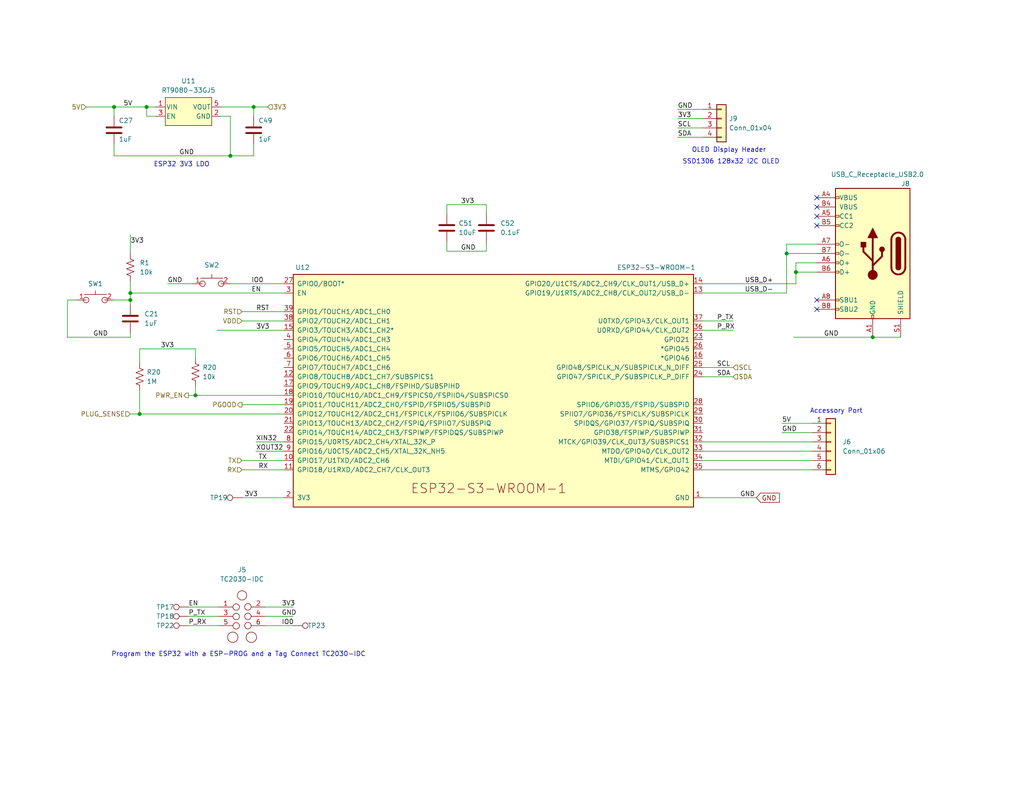
<source format=kicad_sch>
(kicad_sch (version 20231120) (generator "eeschema") (generator_version "8.0")
  (paper "A")
  (title_block (title "bitaxeSupra") (date "2024-02-14") (rev "401"))
  (lib_symbols
    (symbol "Connector:TestPoint" (pin_numbers hide) (pin_names (offset 0.762) hide)
      (property "Reference" "TP" (at 0 6.858 0))
      (property "Value" "TestPoint" (at 0 5.08 0))
      (symbol "TestPoint_0_1"
        (circle (center 0 3.302) (radius 0.762))
      )
      (symbol "TestPoint_1_1"
        (pin passive line (at 0 0 90) (length 2.54) (name "1") (number "1"))
      )
    )
    (symbol "Connector_Generic:Conn_01x04" (pin_names (offset 1.016) hide)
      (property "Reference" "J" (at 0 5.08 0))
      (property "Value" "Conn_01x04" (at 0 -7.62 0))
      (symbol "Conn_01x04_1_1"
        (rectangle (start -1.27 -4.953) (end 0 -5.207) (stroke (width 0.1524)))
        (rectangle (start -1.27 -2.413) (end 0 -2.667) (stroke (width 0.1524)))
        (rectangle (start -1.27 0.127) (end 0 -0.127) (stroke (width 0.1524)))
        (rectangle (start -1.27 2.667) (end 0 2.413) (stroke (width 0.1524)))
        (rectangle (start -1.27 3.81) (end 1.27 -6.35) (stroke (width 0.254)) (fill (type background)))
        (pin passive line (at -5.08 2.54 0) (length 3.81) (name "Pin_1") (number "1"))
        (pin passive line (at -5.08 0 0) (length 3.81) (name "Pin_2") (number "2"))
        (pin passive line (at -5.08 -2.54 0) (length 3.81) (name "Pin_3") (number "3"))
        (pin passive line (at -5.08 -5.08 0) (length 3.81) (name "Pin_4") (number "4"))
      )
    )
    (symbol "Connector_Generic:Conn_01x06" (pin_names (offset 1.016) hide)
      (property "Reference" "J" (at 0 7.62 0))
      (property "Value" "Conn_01x06" (at 0 -10.16 0))
      (symbol "Conn_01x06_1_1"
        (rectangle (start -1.27 -7.493) (end 0 -7.747) (stroke (width 0.1524)))
        (rectangle (start -1.27 -4.953) (end 0 -5.207) (stroke (width 0.1524)))
        (rectangle (start -1.27 -2.413) (end 0 -2.667) (stroke (width 0.1524)))
        (rectangle (start -1.27 0.127) (end 0 -0.127) (stroke (width 0.1524)))
        (rectangle (start -1.27 2.667) (end 0 2.413) (stroke (width 0.1524)))
        (rectangle (start -1.27 5.207) (end 0 4.953) (stroke (width 0.1524)))
        (rectangle (start -1.27 6.35) (end 1.27 -8.89) (stroke (width 0.254)) (fill (type background)))
        (pin passive line (at -5.08 5.08 0) (length 3.81) (name "Pin_1") (number "1"))
        (pin passive line (at -5.08 2.54 0) (length 3.81) (name "Pin_2") (number "2"))
        (pin passive line (at -5.08 0 0) (length 3.81) (name "Pin_3") (number "3"))
        (pin passive line (at -5.08 -2.54 0) (length 3.81) (name "Pin_4") (number "4"))
        (pin passive line (at -5.08 -5.08 0) (length 3.81) (name "Pin_5") (number "5"))
        (pin passive line (at -5.08 -7.62 0) (length 3.81) (name "Pin_6") (number "6"))
      )
    )
    (symbol "Device:C" (pin_numbers hide) (pin_names (offset 0.254))
      (property "Reference" "C" (at 0.635 2.54 0))
      (property "Value" "C" (at 0.635 -2.54 0))
      (symbol "C_0_1"
        (polyline (pts (xy -2.032 -0.762) (xy 2.032 -0.762)) (stroke (width 0.508)))
        (polyline (pts (xy -2.032 0.762) (xy 2.032 0.762)) (stroke (width 0.508)))
      )
      (symbol "C_1_1"
        (pin passive line (at 0 3.81 270) (length 2.794) (name "~") (number "1"))
        (pin passive line (at 0 -3.81 90) (length 2.794) (name "~") (number "2"))
      )
    )
    (symbol "Device:R_US" (pin_numbers hide) (pin_names (offset 0))
      (property "Reference" "R" (at 2.54 0 90))
      (property "Value" "R_US" (at -2.54 0 90))
      (symbol "R_US_0_1"
        (polyline (pts (xy 0 -2.286) (xy 0 -2.54)))
        (polyline (pts (xy 0 2.286) (xy 0 2.54)))
        (polyline (pts (xy 0 -0.762) (xy 1.016 -1.143) (xy 0 -1.524) (xy -1.016 -1.905) (xy 0 -2.286)))
        (polyline (pts (xy 0 0.762) (xy 1.016 0.381) (xy 0 0) (xy -1.016 -0.381) (xy 0 -0.762)))
        (polyline (pts (xy 0 2.286) (xy 1.016 1.905) (xy 0 1.524) (xy -1.016 1.143) (xy 0 0.762)))
      )
      (symbol "R_US_1_1"
        (pin passive line (at 0 3.81 270) (length 1.27) (name "~") (number "1"))
        (pin passive line (at 0 -3.81 90) (length 1.27) (name "~") (number "2"))
      )
    )
    (symbol "bitaxe:ESP32-S3-WROOM-1" (pin_names (offset 1.016))
      (property "Reference" "U12" (at -50.8 34.925 0))
      (property "Value" "ESP32-S3-WROOM-1" (at 45.72 34.925 0))
      (symbol "ESP32-S3-WROOM-1_0_0"
        (rectangle (start -53.34 33.02) (end 55.88 -30.48) (stroke (width 0.254)) (fill (type background)))
        (text "ESP32-S3-WROOM-1" (at 0 -25.4 0) (effects (font (size 2.54 2.54))))
        (pin power_in line (at 58.42 -27.94 180) (length 2.54) (name "GND") (number "1"))
        (pin bidirectional line (at -55.88 -17.78 0) (length 2.54) (name "GPIO17/U1TXD/ADC2_CH6") (number "10"))
        (pin bidirectional line (at -55.88 -20.32 0) (length 2.54) (name "GPIO18/U1RXD/ADC2_CH7/CLK_OUT3") (number "11"))
        (pin bidirectional line (at -55.88 5.08 0) (length 2.54) (name "GPIO8/TOUCH8/ADC1_CH7/SUBSPICS1") (number "12"))
        (pin bidirectional line (at 58.42 27.94 180) (length 2.54) (name "GPIO19/U1RTS/ADC2_CH8/CLK_OUT2/USB_D-") (number "13"))
        (pin bidirectional line (at 58.42 30.48 180) (length 2.54) (name "GPIO20/U1CTS/ADC2_CH9/CLK_OUT1/USB_D+") (number "14"))
        (pin bidirectional line (at -55.88 17.78 0) (length 2.54) (name "GPIO3/TOUCH3/ADC1_CH2*") (number "15"))
        (pin bidirectional line (at 58.42 10.16 180) (length 2.54) (name "*GPIO46") (number "16"))
        (pin bidirectional line (at -55.88 2.54 0) (length 2.54) (name "GPIO9/TOUCH9/ADC1_CH8/FSPIHD/SUBSPIHD") (number "17"))
        (pin bidirectional line (at -55.88 0 0) (length 2.54) (name "GPIO10/TOUCH10/ADC1_CH9/FSPICS0/FSPIIO4/SUBSPICS0") (number "18"))
        (pin bidirectional line (at -55.88 -2.54 0) (length 2.54) (name "GPIO11/TOUCH11/ADC2_CH0/FSPID/FSPIIO5/SUBSPID") (number "19"))
        (pin power_in line (at -55.88 -27.94 0) (length 2.54) (name "3V3") (number "2"))
        (pin bidirectional line (at -55.88 -5.08 0) (length 2.54) (name "GPIO12/TOUCH12/ADC2_CH1/FSPICLK/FSPIIO6/SUBSPICLK") (number "20"))
        (pin bidirectional line (at -55.88 -7.62 0) (length 2.54) (name "GPIO13/TOUCH13/ADC2_CH2/FSPIQ/FSPIIO7/SUBSPIQ") (number "21"))
        (pin bidirectional line (at -55.88 -10.16 0) (length 2.54) (name "GPIO14/TOUCH14/ADC2_CH3/FSPIWP/FSPIDQS/SUBSPIWP") (number "22"))
        (pin bidirectional line (at 58.42 15.24 180) (length 2.54) (name "GPIO21") (number "23"))
        (pin bidirectional line (at 58.42 5.08 180) (length 2.54) (name "GPIO47/SPICLK_P/SUBSPICLK_P_DIFF") (number "24"))
        (pin bidirectional line (at 58.42 7.62 180) (length 2.54) (name "GPIO48/SPICLK_N/SUBSPICLK_N_DIFF") (number "25"))
        (pin bidirectional line (at 58.42 12.7 180) (length 2.54) (name "*GPIO45") (number "26"))
        (pin bidirectional line (at -55.88 30.48 0) (length 2.54) (name "GPIO0/BOOT*") (number "27"))
        (pin bidirectional line (at 58.42 -2.54 180) (length 2.54) (name "SPIIO6/GPIO35/FSPID/SUBSPID") (number "28"))
        (pin bidirectional line (at 58.42 -5.08 180) (length 2.54) (name "SPIIO7/GPIO36/FSPICLK/SUBSPICLK") (number "29"))
        (pin input line (at -55.88 27.94 0) (length 2.54) (name "EN") (number "3"))
        (pin bidirectional line (at 58.42 -7.62 180) (length 2.54) (name "SPIDQS/GPIO37/FSPIQ/SUBSPIQ") (number "30"))
        (pin bidirectional line (at 58.42 -10.16 180) (length 2.54) (name "GPIO38/FSPIWP/SUBSPIWP") (number "31"))
        (pin bidirectional line (at 58.42 -12.7 180) (length 2.54) (name "MTCK/GPIO39/CLK_OUT3/SUBSPICS1") (number "32"))
        (pin bidirectional line (at 58.42 -15.24 180) (length 2.54) (name "MTDO/GPIO40/CLK_OUT2") (number "33"))
        (pin bidirectional line (at 58.42 -17.78 180) (length 2.54) (name "MTDI/GPIO41/CLK_OUT1") (number "34"))
        (pin bidirectional line (at 58.42 -20.32 180) (length 2.54) (name "MTMS/GPIO42") (number "35"))
        (pin bidirectional line (at 58.42 17.78 180) (length 2.54) (name "U0RXD/GPIO44/CLK_OUT2") (number "36"))
        (pin bidirectional line (at 58.42 20.32 180) (length 2.54) (name "U0TXD/GPIO43/CLK_OUT1") (number "37"))
        (pin bidirectional line (at -55.88 20.32 0) (length 2.54) (name "GPIO2/TOUCH2/ADC1_CH1") (number "38"))
        (pin bidirectional line (at -55.88 22.86 0) (length 2.54) (name "GPIO1/TOUCH1/ADC1_CH0") (number "39"))
        (pin bidirectional line (at -55.88 15.24 0) (length 2.54) (name "GPIO4/TOUCH4/ADC1_CH3") (number "4"))
        (pin passive line (at 58.42 -27.94 180) (length 2.54) hide (name "GND") (number "40"))
        (pin passive line (at 58.42 -27.94 180) (length 2.54) hide (name "GND") (number "41"))
        (pin bidirectional line (at -55.88 12.7 0) (length 2.54) (name "GPIO5/TOUCH5/ADC1_CH4") (number "5"))
        (pin bidirectional line (at -55.88 10.16 0) (length 2.54) (name "GPIO6/TOUCH6/ADC1_CH5") (number "6"))
        (pin bidirectional line (at -55.88 7.62 0) (length 2.54) (name "GPIO7/TOUCH7/ADC1_CH6") (number "7"))
        (pin bidirectional line (at -55.88 -12.7 0) (length 2.54) (name "GPIO15/U0RTS/ADC2_CH4/XTAL_32K_P") (number "8"))
        (pin bidirectional line (at -55.88 -15.24 0) (length 2.54) (name "GPIO16/U0CTS/ADC2_CH5/XTAL_32K_NH5") (number "9"))
      )
    )
    (symbol "bitaxe:GT-TC029B-H025-L1N"
      (property "Reference" "SW2" (at 0 3.81 0))
      (symbol "GT-TC029B-H025-L1N_0_1"
        (circle (center -2.54 0) (radius 0.76))
        (polyline (pts (xy -3.05 1.52) (xy 3.05 1.52)))
        (polyline (pts (xy 0 1.52) (xy 0 2.54)))
        (circle (center 2.54 0) (radius 0.76))
        (pin unspecified line (at -5.08 0 0) (length 2.54) (name "~") (number "1"))
        (pin unspecified line (at 5.08 0 180) (length 2.54) (name "~") (number "2"))
      )
    )
    (symbol "bitaxe:RT9080-33GJ5" (pin_names (offset 0.254))
      (property "Reference" "U" (at -6.35 5.08 0))
      (property "Value" "RT9080-33GJ5" (at 0 -5.08 0))
      (symbol "RT9080-33GJ5_1_1"
        (rectangle (start -6.35 3.81) (end 6.35 -3.81) (stroke (width 0.1524)) (fill (type background)))
        (pin power_in line (at -8.89 1.27 0) (length 2.54) (name "VIN") (number "1"))
        (pin power_in line (at 8.89 -1.27 180) (length 2.54) (name "GND") (number "2"))
        (pin input line (at -8.89 -1.27 0) (length 2.54) (name "EN") (number "3"))
        (pin no_connect line (at 0 6.35 270) (length 2.54) hide (name "NC") (number "4"))
        (pin output line (at 8.89 1.27 180) (length 2.54) (name "VOUT") (number "5"))
      )
    )
    (symbol "bitaxe:TC2030-IDC-NL" (pin_names (offset 1.016) hide)
      (property "Reference" "J5" (at 0 12.7 0))
      (property "Value" "TC2030-IDC" (at 0 10.16 0))
      (symbol "TC2030-IDC-NL_0_1"
        (circle (center -2.54 -5.715) (radius 1.4224))
        (circle (center -1.6002 2.54) (radius 0.889))
        (circle (center 0 5.715) (radius 1.27))
      )
      (symbol "TC2030-IDC-NL_1_1"
        (circle (center -1.6002 -2.5908) (radius 0.889))
        (circle (center -1.6002 -0.0508) (radius 0.889))
        (circle (center 1.6002 -2.54) (radius 0.889))
        (circle (center 1.6002 0) (radius 0.889))
        (circle (center 1.6002 2.5908) (radius 0.889))
        (circle (center 2.54 -5.715) (radius 1.4224))
        (pin passive line (at -6.35 2.54 0) (length 3.81) (name "Pin_1") (number "1"))
        (pin passive line (at 6.35 2.54 180) (length 3.81) (name "Pin_2") (number "2"))
        (pin passive line (at -6.35 0 0) (length 3.81) (name "Pin_3") (number "3"))
        (pin passive line (at 6.35 0 180) (length 3.81) (name "Pin_4") (number "4"))
        (pin passive line (at -6.35 -2.54 0) (length 3.81) (name "Pin_5") (number "5"))
        (pin passive line (at 6.35 -2.54 180) (length 3.81) (name "Pin_6") (number "6"))
      )
    )
    (symbol "bitaxe:USB_C_Receptacle_USB2.0" (pin_names (offset 1.016))
      (property "Reference" "J" (at -10.16 19.05 0))
      (property "Value" "USB_C_Receptacle_USB2.0" (at 19.05 19.05 0))
      (symbol "USB_C_Receptacle_USB2.0_0_0"
        (rectangle (start -0.254 -17.78) (end 0.254 -16.764))
        (rectangle (start 10.16 -14.986) (end 9.144 -15.494))
        (rectangle (start 10.16 -12.446) (end 9.144 -12.954))
        (rectangle (start 10.16 -4.826) (end 9.144 -5.334))
        (rectangle (start 10.16 -2.286) (end 9.144 -2.794))
        (rectangle (start 10.16 0.254) (end 9.144 -0.254))
        (rectangle (start 10.16 2.794) (end 9.144 2.286))
        (rectangle (start 10.16 7.874) (end 9.144 7.366))
        (rectangle (start 10.16 10.414) (end 9.144 9.906))
        (rectangle (start 10.16 15.494) (end 9.144 14.986))
      )
      (symbol "USB_C_Receptacle_USB2.0_0_1"
        (rectangle (start -10.16 17.78) (end 10.16 -17.78) (stroke (width 0.254)) (fill (type background)))
        (arc (start -8.89 -3.81) (mid -6.985 -5.7067) (end -5.08 -3.81) (stroke (width 0.508)))
        (arc (start -7.62 -3.81) (mid -6.985 -4.4423) (end -6.35 -3.81) (stroke (width 0.254)))
        (arc (start -7.62 -3.81) (mid -6.985 -4.4423) (end -6.35 -3.81) (stroke (width 0.254)) (fill (type outline)))
        (rectangle (start -7.62 -3.81) (end -6.35 3.81) (stroke (width 0.254)) (fill (type outline)))
        (arc (start -6.35 3.81) (mid -6.985 4.4423) (end -7.62 3.81) (stroke (width 0.254)))
        (arc (start -6.35 3.81) (mid -6.985 4.4423) (end -7.62 3.81) (stroke (width 0.254)) (fill (type outline)))
        (arc (start -5.08 3.81) (mid -6.985 5.7067) (end -8.89 3.81) (stroke (width 0.508)))
        (circle (center -2.54 1.143) (radius 0.635) (stroke (width 0.254)) (fill (type outline)))
        (circle (center 0 -5.842) (radius 1.27) (fill (type outline)))
        (polyline (pts (xy -8.89 -3.81) (xy -8.89 3.81)) (stroke (width 0.508)))
        (polyline (pts (xy -5.08 3.81) (xy -5.08 -3.81)) (stroke (width 0.508)))
        (polyline (pts (xy 0 -5.842) (xy 0 4.318)) (stroke (width 0.508)))
        (polyline (pts (xy 0 -3.302) (xy -2.54 -0.762) (xy -2.54 0.508)) (stroke (width 0.508)))
        (polyline (pts (xy 0 -2.032) (xy 2.54 0.508) (xy 2.54 1.778)) (stroke (width 0.508)))
        (polyline (pts (xy -1.27 4.318) (xy 0 6.858) (xy 1.27 4.318) (xy -1.27 4.318)) (stroke (width 0.254)) (fill (type outline)))
        (rectangle (start 1.905 1.778) (end 3.175 3.048) (stroke (width 0.254)) (fill (type outline)))
      )
      (symbol "USB_C_Receptacle_USB2.0_1_1"
        (pin passive line (at 0 -22.86 90) (length 5.08) (name "GND") (number "A1"))
        (pin passive line (at 15.24 15.24 180) (length 5.08) (name "VBUS") (number "A4"))
        (pin bidirectional line (at 15.24 10.16 180) (length 5.08) (name "CC1") (number "A5"))
        (pin bidirectional line (at 15.24 -2.54 180) (length 5.08) (name "D+") (number "A6"))
        (pin bidirectional line (at 15.24 2.54 180) (length 5.08) (name "D-") (number "A7"))
        (pin bidirectional line (at 15.24 -12.7 180) (length 5.08) (name "SBU1") (number "A8"))
        (pin passive line (at 0 -22.86 90) (length 5.08) hide (name "GND") (number "B1"))
        (pin passive line (at 15.24 12.7 180) (length 5.08) (name "VBUS") (number "B4"))
        (pin bidirectional line (at 15.24 7.62 180) (length 5.08) (name "CC2") (number "B5"))
        (pin bidirectional line (at 15.24 -5.08 180) (length 5.08) (name "D+") (number "B6"))
        (pin bidirectional line (at 15.24 0 180) (length 5.08) (name "D-") (number "B7"))
        (pin bidirectional line (at 15.24 -15.24 180) (length 5.08) (name "SBU2") (number "B8"))
        (pin passive line (at -7.62 -22.86 90) (length 5.08) (name "SHIELD") (number "S1"))
      )
    )
  )
  (junction (at 214.63 69.215))
  (junction (at 238.125 92.075))
  (junction (at 62.865 42.545))
  (junction (at 217.17 74.295))
  (junction (at 53.34 107.95))
  (junction (at 40.005 29.21))
  (junction (at 35.56 80.01))
  (junction (at 38.1 113.03))
  (junction (at 35.56 81.915))
  (junction (at 69.215 29.21))
  (junction (at 31.115 29.21))
  (no_connect (at 222.885 81.915))
  (no_connect (at 222.885 53.975))
  (no_connect (at 222.885 56.515))
  (no_connect (at 222.885 59.055))
  (no_connect (at 222.885 84.455))
  (no_connect (at 222.885 61.595))
  (wire (pts (xy 35.56 113.03) (xy 38.1 113.03)))
  (wire (pts (xy 121.92 55.88) (xy 121.92 58.42)))
  (wire (pts (xy 191.77 128.27) (xy 221.615 128.27)))
  (wire (pts (xy 31.115 29.21) (xy 31.115 31.75)))
  (wire (pts (xy 216.535 92.075) (xy 238.125 92.075)))
  (wire (pts (xy 35.56 80.01) (xy 35.56 81.915)))
  (wire (pts (xy 213.36 115.57) (xy 221.615 115.57)))
  (wire (pts (xy 60.325 31.75) (xy 62.865 31.75)))
  (wire (pts (xy 72.39 168.275) (xy 80.01 168.275)))
  (wire (pts (xy 69.215 39.37) (xy 69.215 42.545)))
  (wire (pts (xy 66.04 110.49) (xy 77.47 110.49)))
  (wire (pts (xy 132.715 68.58) (xy 121.92 68.58)))
  (wire (pts (xy 238.125 92.075) (xy 245.745 92.075)))
  (wire (pts (xy 62.865 31.75) (xy 62.865 42.545)))
  (wire (pts (xy 35.56 76.835) (xy 35.56 80.01)))
  (wire (pts (xy 72.39 165.735) (xy 80.01 165.735)))
  (wire (pts (xy 69.215 29.21) (xy 69.215 31.75)))
  (wire (pts (xy 38.1 99.06) (xy 38.1 95.25)))
  (wire (pts (xy 77.47 125.73) (xy 66.04 125.73)))
  (wire (pts (xy 132.715 66.04) (xy 132.715 68.58)))
  (wire (pts (xy 40.005 29.21) (xy 42.545 29.21)))
  (wire (pts (xy 191.77 125.73) (xy 221.615 125.73)))
  (wire (pts (xy 18.415 81.915) (xy 18.415 92.075)))
  (wire (pts (xy 69.85 120.65) (xy 77.47 120.65)))
  (wire (pts (xy 77.47 85.09) (xy 66.04 85.09)))
  (wire (pts (xy 45.72 77.47) (xy 52.705 77.47)))
  (wire (pts (xy 214.63 69.215) (xy 214.63 80.01)))
  (wire (pts (xy 31.115 81.915) (xy 35.56 81.915)))
  (wire (pts (xy 23.495 29.21) (xy 31.115 29.21)))
  (wire (pts (xy 18.415 92.075) (xy 35.56 92.075)))
  (wire (pts (xy 72.39 170.815) (xy 80.01 170.815)))
  (wire (pts (xy 217.17 74.295) (xy 222.885 74.295)))
  (wire (pts (xy 213.36 118.11) (xy 221.615 118.11)))
  (wire (pts (xy 69.85 123.19) (xy 77.47 123.19)))
  (wire (pts (xy 184.912 29.845) (xy 191.77 29.845)))
  (wire (pts (xy 35.56 81.915) (xy 35.56 83.185)))
  (wire (pts (xy 191.77 90.17) (xy 200.025 90.17)))
  (wire (pts (xy 35.56 80.01) (xy 77.47 80.01)))
  (wire (pts (xy 222.885 66.675) (xy 214.63 66.675)))
  (wire (pts (xy 77.47 128.27) (xy 66.04 128.27)))
  (wire (pts (xy 214.63 69.215) (xy 222.885 69.215)))
  (wire (pts (xy 51.435 170.815) (xy 59.69 170.815)))
  (wire (pts (xy 191.77 102.87) (xy 200.025 102.87)))
  (wire (pts (xy 69.215 29.21) (xy 73.025 29.21)))
  (wire (pts (xy 31.115 29.21) (xy 40.005 29.21)))
  (wire (pts (xy 38.1 113.03) (xy 77.47 113.03)))
  (wire (pts (xy 51.435 107.95) (xy 53.34 107.95)))
  (wire (pts (xy 184.912 34.925) (xy 191.77 34.925)))
  (wire (pts (xy 53.34 107.95) (xy 77.47 107.95)))
  (wire (pts (xy 191.77 135.89) (xy 206.375 135.89)))
  (wire (pts (xy 51.435 168.275) (xy 59.69 168.275)))
  (wire (pts (xy 31.115 42.545) (xy 31.115 39.37)))
  (wire (pts (xy 66.04 87.63) (xy 77.47 87.63)))
  (wire (pts (xy 35.56 90.805) (xy 35.56 92.075)))
  (wire (pts (xy 121.92 68.58) (xy 121.92 66.04)))
  (wire (pts (xy 59.182 90.17) (xy 77.47 90.17)))
  (wire (pts (xy 62.865 77.47) (xy 77.47 77.47)))
  (wire (pts (xy 191.77 120.65) (xy 221.615 120.65)))
  (wire (pts (xy 42.545 31.75) (xy 40.005 31.75)))
  (wire (pts (xy 51.435 165.735) (xy 59.69 165.735)))
  (wire (pts (xy 191.77 77.47) (xy 217.17 77.47)))
  (wire (pts (xy 191.77 100.33) (xy 200.025 100.33)))
  (wire (pts (xy 217.17 74.295) (xy 217.17 71.755)))
  (wire (pts (xy 20.955 81.915) (xy 18.415 81.915)))
  (wire (pts (xy 217.17 77.47) (xy 217.17 74.295)))
  (wire (pts (xy 191.77 87.63) (xy 200.025 87.63)))
  (wire (pts (xy 40.005 31.75) (xy 40.005 29.21)))
  (wire (pts (xy 191.77 123.19) (xy 221.615 123.19)))
  (wire (pts (xy 132.715 55.88) (xy 121.92 55.88)))
  (wire (pts (xy 53.34 105.41) (xy 53.34 107.95)))
  (wire (pts (xy 38.1 95.25) (xy 53.34 95.25)))
  (wire (pts (xy 217.17 71.755) (xy 222.885 71.755)))
  (wire (pts (xy 191.77 80.01) (xy 214.63 80.01)))
  (wire (pts (xy 53.34 97.79) (xy 53.34 95.25)))
  (wire (pts (xy 66.04 135.89) (xy 77.47 135.89)))
  (wire (pts (xy 184.912 37.465) (xy 191.77 37.465)))
  (wire (pts (xy 132.715 58.42) (xy 132.715 55.88)))
  (wire (pts (xy 184.912 32.385) (xy 191.77 32.385)))
  (wire (pts (xy 69.215 42.545) (xy 62.865 42.545)))
  (wire (pts (xy 35.56 64.135) (xy 35.56 69.215)))
  (wire (pts (xy 60.325 29.21) (xy 69.215 29.21)))
  (wire (pts (xy 214.63 66.675) (xy 214.63 69.215)))
  (wire (pts (xy 62.865 42.545) (xy 31.115 42.545)))
  (wire (pts (xy 38.1 106.68) (xy 38.1 113.03)))
  (text "Accessory Port" (at 220.98 113.03 0) (effects (font (size 1.27 1.27)) (justify left bottom)))
  (text "ESP32 3V3 LDO" (at 41.91 45.72 0) (effects (font (size 1.27 1.27)) (justify left bottom)))
  (text "Program the ESP32 with a ESP-PROG and a Tag Connect TC2030-IDC" (at 30.353 179.451 0) (effects (font (size 1.27 1.27)) (justify left bottom)))
  (text "SSD1306 128x32 I2C OLED" (at 186.182 44.958 0) (effects (font (size 1.27 1.27)) (justify left bottom)))
  (text "OLED Display Header" (at 188.722 41.783 0) (effects (font (size 1.27 1.27)) (justify left bottom)))
  (label "P_RX" (at 51.435 170.815 0))
  (label "RST" (at 69.85 85.09 0))
  (label "P_TX" (at 51.435 168.275 0))
  (label "3V3" (at 43.815 95.25 0))
  (label "EN" (at 51.435 165.735 0))
  (label "GND" (at 184.912 29.845 0))
  (label "5V" (at 213.36 115.57 0))
  (label "GND" (at 224.79 92.075 0))
  (label "EN" (at 68.58 80.01 0))
  (label "P_RX" (at 195.58 90.17 0))
  (label "IO0" (at 68.58 77.47 0))
  (label "GND" (at 125.73 68.58 0))
  (label "3V3" (at 66.675 135.89 0))
  (label "USB_D-" (at 203.2 80.01 0))
  (label "SDA" (at 195.58 102.87 0))
  (label "XIN32" (at 69.85 120.65 0))
  (label "TX" (at 70.485 125.73 0))
  (label "3V3" (at 76.835 165.735 0))
  (label "3V3" (at 69.85 90.17 0))
  (label "IO0" (at 76.835 170.815 0))
  (label "SCL" (at 195.58 100.33 0))
  (label "XOUT32" (at 69.85 123.19 0))
  (label "SCL" (at 184.912 34.925 0))
  (label "GND" (at 213.36 118.11 0))
  (label "GND" (at 201.93 135.89 0))
  (label "GND" (at 45.72 77.47 0))
  (label "SDA" (at 184.912 37.465 0))
  (label "3V3" (at 125.73 55.88 0))
  (label "P_TX" (at 195.58 87.63 0))
  (label "3V3" (at 184.912 32.385 0))
  (label "GND" (at 25.4 92.075 0))
  (label "5V" (at 33.655 29.21 0))
  (label "USB_D+" (at 203.2 77.47 0))
  (label "GND" (at 76.835 168.275 0))
  (label "GND" (at 48.895 42.545 0))
  (label "3V3" (at 35.56 66.675 0))
  (label "RX" (at 70.485 128.27 0))
  (global_label "GND" (shape input) (at 206.375 135.89 0) (property "Intersheetrefs" "${INTERSHEET_REFS}" (effects (hide yes))))
  (hierarchical_label "TX" (shape input) (at 66.04 125.73 180))
  (hierarchical_label "RX" (shape input) (at 66.04 128.27 180))
  (hierarchical_label "3V3" (shape input) (at 73.025 29.21 0))
  (hierarchical_label "PLUG_SENSE" (shape input) (at 35.56 113.03 180))
  (hierarchical_label "SCL" (shape input) (at 200.025 100.33 0))
  (hierarchical_label "RST" (shape input) (at 66.04 85.09 180))
  (hierarchical_label "SDA" (shape input) (at 200.025 102.87 0))
  (hierarchical_label "PGOOD" (shape output) (at 66.04 110.49 180))
  (hierarchical_label "PWR_EN" (shape output) (at 51.435 107.95 180))
  (hierarchical_label "5V" (shape input) (at 23.495 29.21 180))
  (hierarchical_label "VDD" (shape input) (at 66.04 87.63 180))
  (symbol (lib_id "Device:C") (at 35.56 86.995 0) (unit 1)
    (property "Reference" "C21" (at 39.37 85.7249 0) (effects (justify left)))
    (property "Value" "1uF" (at 39.37 88.2649 0) (effects (justify left)))
    (property "Footprint" "Capacitor_SMD:C_0402_1005Metric" (effects (hide yes)))
    (property "DK" "587-5514-1-ND" (effects (hide yes)))
    (property "PARTNO" "EMK105BJ105MV-F" (effects (hide yes)))
  )
  (symbol (lib_id "Connector_Generic:Conn_01x06") (at 226.695 120.65 0) (unit 1) (in_bom no)
    (property "Reference" "J6" (at 229.87 120.65 0) (effects (justify left)))
    (property "Value" "Conn_01x06" (at 229.87 123.19 0) (effects (justify left)))
    (property "Footprint" "Connector_PinHeader_2.54mm:PinHeader_1x06_P2.54mm_Vertical" (effects (hide yes)))
  )
  (symbol (lib_id "Device:C") (at 132.715 62.23 0) (unit 1)
    (property "Reference" "C52" (at 136.525 60.9599 0) (effects (justify left)))
    (property "Value" "0.1uF" (at 136.525 63.4999 0) (effects (justify left)))
    (property "Footprint" "Capacitor_SMD:C_0402_1005Metric" (effects (hide yes)))
    (property "DK" "1292-1639-1-ND" (effects (hide yes)))
    (property "PARTNO" "0402X104K100CT" (effects (hide yes)))
  )
  (symbol (lib_id "Device:R_US") (at 38.1 102.87 0) (unit 1)
    (property "Reference" "R20" (at 40.005 101.6 0) (effects (justify left)))
    (property "Value" "1M" (at 40.005 104.14 0) (effects (justify left)))
    (property "Footprint" "Resistor_SMD:R_0402_1005Metric" (effects (hide yes)))
    (property "DK" "311-1.00MLRCT-ND" (effects (hide yes)))
    (property "PARTNO" "RC0402FR-071ML" (effects (hide yes)))
  )
  (symbol (lib_id "Connector_Generic:Conn_01x04") (at 196.85 32.385 0) (unit 1)
    (property "Reference" "J9" (at 198.882 32.3849 0) (effects (justify left)))
    (property "Value" "Conn_01x04" (at 198.882 34.9249 0) (effects (justify left)))
    (property "Footprint" "bitaxe:PinHeader_1x04_P2.54mm_Vertical_shifted" (effects (hide yes)))
    (property "DK" "S5596-ND" (effects (hide yes)))
    (property "PARTNO" "NPTC041KFXC-RC" (effects (hide yes)))
  )
  (symbol (lib_id "bitaxe:GT-TC029B-H025-L1N") (at 57.785 77.47 0) (unit 1)
    (property "Reference" "SW2" (at 57.785 72.39 0))
    (property "Value" "GT-TC029B-H025-L1N" (effects (hide yes)))
    (property "Footprint" "bitaxe:SW_CS1213AGF260_CRS" (effects (hide yes)))
    (property "Datasheet" "https://www.citrelay.com/Catalog%20Pages/SwitchCatalog/CS1213.pdf" (effects (hide yes)))
    (property "DK" "2449-CS1213AGF260CT-ND" (effects (hide yes)))
    (property "PARTNO" "CS1213AGF260" (effects (hide yes)))
  )
  (symbol (lib_id "bitaxe:RT9080-33GJ5") (at 51.435 30.48 0) (unit 1)
    (property "Reference" "U11" (at 51.435 22.098 0))
    (property "Value" "RT9080-33GJ5" (at 51.435 24.638 0))
    (property "Footprint" "bitaxe:RT9080-33GJ5" (effects (hide yes)))
    (property "Datasheet" "https://www.richtek.com/assets/product_file/RT9080/DS9080-05.pdf" (effects (hide yes)))
    (property "DK" "1028-1509-1-ND" (effects (hide yes)))
    (property "PARTNO" "RT9080-33GJ5" (effects (hide yes)))
  )
  (symbol (lib_id "Connector:TestPoint") (at 51.435 168.275 90) (mirror x) (unit 1) (in_bom no)
    (property "Reference" "TP18" (at 45.085 168.275 90))
    (property "Value" "TestPoint" (effects (hide yes)))
    (property "Footprint" "TestPoint:TestPoint_Pad_D1.5mm" (effects (hide yes)))
  )
  (symbol (lib_id "Connector:TestPoint") (at 80.01 170.815 270) (mirror x) (unit 1) (in_bom no)
    (property "Reference" "TP23" (at 86.36 170.815 90))
    (property "Value" "TestPoint" (effects (hide yes)))
    (property "Footprint" "TestPoint:TestPoint_Pad_D1.5mm" (effects (hide yes)))
  )
  (symbol (lib_id "Device:R_US") (at 35.56 73.025 0) (unit 1)
    (property "Reference" "R1" (at 38.1 71.7549 0) (effects (justify left)))
    (property "Value" "10k" (at 38.1 74.2949 0) (effects (justify left)))
    (property "Footprint" "Resistor_SMD:R_0402_1005Metric" (effects (hide yes)))
    (property "DK" "311-10KJRCT-ND" (effects (hide yes)))
    (property "PARTNO" "RC0402JR-0710KL" (effects (hide yes)))
  )
  (symbol (lib_id "bitaxe:TC2030-IDC-NL") (at 66.04 168.275 0) (unit 1) (in_bom no)
    (property "Reference" "J5" (at 66.04 155.575 0))
    (property "Value" "TC2030-IDC" (at 66.04 158.115 0))
    (property "Footprint" "bitaxe:Tag-Connect_TC2030-IDC-NL_2x03_P1.27mm_Vertical" (effects (hide yes)))
  )
  (symbol (lib_id "Device:C") (at 69.215 35.56 0) (unit 1)
    (property "Reference" "C49" (at 70.485 33.655 0) (effects (justify left bottom)))
    (property "Value" "1uF" (at 70.485 38.735 0) (effects (justify left bottom)))
    (property "Footprint" "Capacitor_SMD:C_0402_1005Metric" (effects (hide yes)))
    (property "DK" "587-5514-1-ND" (effects (hide yes)))
    (property "PARTNO" "EMK105BJ105MV-F" (effects (hide yes)))
  )
  (symbol (lib_id "Device:C") (at 121.92 62.23 0) (unit 1)
    (property "Reference" "C51" (at 125.095 60.9599 0) (effects (justify left)))
    (property "Value" "10uF" (at 125.095 63.4999 0) (effects (justify left)))
    (property "Footprint" "Capacitor_SMD:C_0805_2012Metric" (effects (hide yes)))
    (property "DK" "1276-1096-1-ND" (effects (hide yes)))
    (property "PARTNO" "CL21A106KOQNNNE" (effects (hide yes)))
  )
  (symbol (lib_id "Device:R_US") (at 53.34 101.6 0) (unit 1)
    (property "Reference" "R20" (at 55.245 100.33 0) (effects (justify left)))
    (property "Value" "10k" (at 55.245 102.87 0) (effects (justify left)))
    (property "Footprint" "Resistor_SMD:R_0402_1005Metric" (effects (hide yes)))
    (property "DK" "311-10KJRCT-ND" (effects (hide yes)))
    (property "PARTNO" "RC0402JR-0710KL" (effects (hide yes)))
  )
  (symbol (lib_id "bitaxe:USB_C_Receptacle_USB2.0") (at 238.125 69.215 0) (mirror y) (unit 1)
    (property "Reference" "J8" (at 248.285 50.165 0) (effects (justify left)))
    (property "Value" "USB_C_Receptacle_USB2.0" (at 226.695 47.625 0) (effects (justify right)))
    (property "Footprint" "Connector_USB:USB_C_Receptacle_GCT_USB4105-xx-A_16P_TopMnt_Horizontal" (effects (hide yes)))
    (property "Datasheet" "https://www.usb.org/sites/default/files/documents/usb_type-c.zip" (effects (hide yes)))
    (property "DK" "2073-USB4105-GF-ACT-ND" (effects (hide yes)))
    (property "PARTNO" "USB4105-GF-A" (effects (hide yes)))
  )
  (symbol (lib_id "Connector:TestPoint") (at 66.04 135.89 90) (mirror x) (unit 1) (in_bom no)
    (property "Reference" "TP19" (at 59.69 135.89 90))
    (property "Value" "TestPoint" (effects (hide yes)))
    (property "Footprint" "TestPoint:TestPoint_Pad_D1.5mm" (effects (hide yes)))
  )
  (symbol (lib_id "Connector:TestPoint") (at 51.435 165.735 90) (mirror x) (unit 1) (in_bom no)
    (property "Reference" "TP17" (at 45.085 165.735 90))
    (property "Value" "TestPoint" (effects (hide yes)))
    (property "Footprint" "TestPoint:TestPoint_Pad_D1.5mm" (effects (hide yes)))
  )
  (symbol (lib_id "Connector:TestPoint") (at 51.435 170.815 90) (mirror x) (unit 1) (in_bom no)
    (property "Reference" "TP22" (at 45.085 170.815 90))
    (property "Value" "TestPoint" (effects (hide yes)))
    (property "Footprint" "TestPoint:TestPoint_Pad_D1.5mm" (effects (hide yes)))
  )
  (symbol (lib_id "Device:C") (at 31.115 35.56 0) (unit 1)
    (property "Reference" "C27" (at 32.385 33.655 0) (effects (justify left bottom)))
    (property "Value" "1uF" (at 32.385 38.735 0) (effects (justify left bottom)))
    (property "Footprint" "Capacitor_SMD:C_0402_1005Metric" (effects (hide yes)))
    (property "DK" "587-5514-1-ND" (effects (hide yes)))
    (property "PARTNO" "EMK105BJ105MV-F" (effects (hide yes)))
  )
  (symbol (lib_id "bitaxe:ESP32-S3-WROOM-1") (at 133.35 107.95 0) (unit 1)
    (property "Reference" "U12" (at 82.55 73.025 0))
    (property "Value" "ESP32-S3-WROOM-1" (at 179.07 73.025 0))
    (property "Footprint" "bitaxe:ESP32-S3-WROOM-1" (effects (hide yes)))
    (property "Datasheet" "https://www.espressif.com/sites/default/files/documentation/esp32-s3-wroom-1_wroom-1u_datasheet_en.pdf" (effects (hide yes)))
    (property "DK" "1965-ESP32-S3-WROOM-1-N16R8CT-ND" (effects (hide yes)))
    (property "PARTNO" "ESP32-S3-WROOM-1-N16R8" (effects (hide yes)))
  )
  (symbol (lib_id "bitaxe:GT-TC029B-H025-L1N") (at 26.035 81.915 0) (unit 1)
    (property "Reference" "SW1" (at 26.035 77.47 0))
    (property "Value" "GT-TC029B-H025-L1N" (effects (hide yes)))
    (property "Footprint" "bitaxe:SW_CS1213AGF260_CRS" (effects (hide yes)))
    (property "Datasheet" "https://www.citrelay.com/Catalog%20Pages/SwitchCatalog/CS1213.pdf" (effects (hide yes)))
    (property "DK" "2449-CS1213AGF260CT-ND" (effects (hide yes)))
    (property "PARTNO" "CS1213AGF260" (effects (hide yes)))
  )
)
</source>
